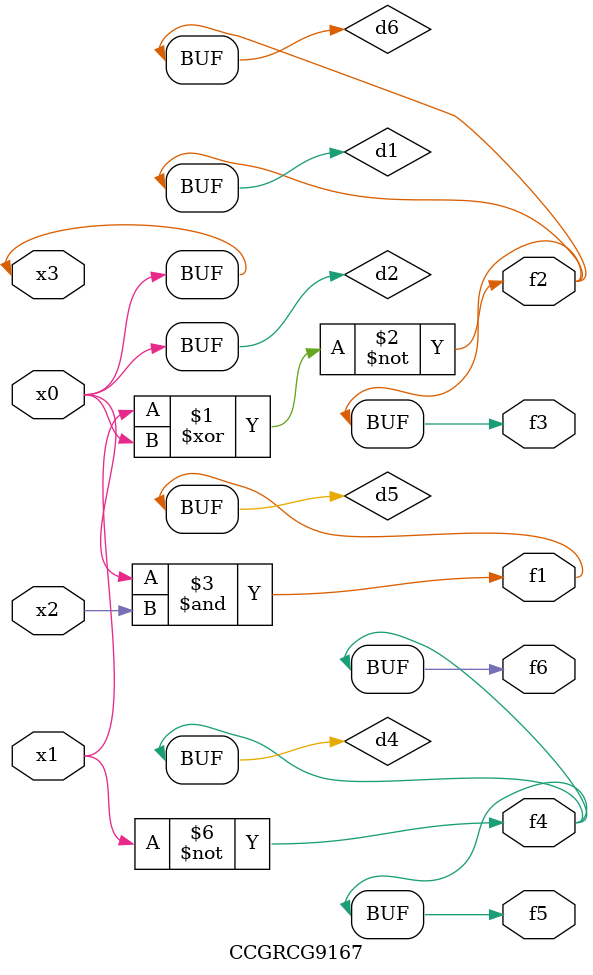
<source format=v>
module CCGRCG9167(
	input x0, x1, x2, x3,
	output f1, f2, f3, f4, f5, f6
);

	wire d1, d2, d3, d4, d5, d6;

	xnor (d1, x1, x3);
	buf (d2, x0, x3);
	nand (d3, x0, x2);
	not (d4, x1);
	nand (d5, d3);
	or (d6, d1);
	assign f1 = d5;
	assign f2 = d6;
	assign f3 = d6;
	assign f4 = d4;
	assign f5 = d4;
	assign f6 = d4;
endmodule

</source>
